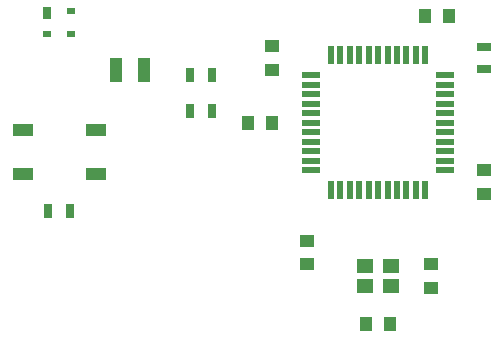
<source format=gtp>
G04 #@! TF.GenerationSoftware,KiCad,Pcbnew,(5.1.2)-1*
G04 #@! TF.CreationDate,2019-05-27T01:23:31-07:00*
G04 #@! TF.ProjectId,ssk-controller,73736b2d-636f-46e7-9472-6f6c6c65722e,rev?*
G04 #@! TF.SameCoordinates,Original*
G04 #@! TF.FileFunction,Paste,Top*
G04 #@! TF.FilePolarity,Positive*
%FSLAX46Y46*%
G04 Gerber Fmt 4.6, Leading zero omitted, Abs format (unit mm)*
G04 Created by KiCad (PCBNEW (5.1.2)-1) date 2019-05-27 01:23:31*
%MOMM*%
%LPD*%
G04 APERTURE LIST*
%ADD10R,1.140000X2.030000*%
%ADD11R,0.700000X1.300000*%
%ADD12R,1.300000X0.700000*%
%ADD13R,1.800000X1.100000*%
%ADD14R,0.700000X0.600000*%
%ADD15R,0.700000X1.000000*%
%ADD16R,1.400000X1.200000*%
%ADD17R,0.550000X1.500000*%
%ADD18R,1.500000X0.550000*%
%ADD19R,1.250000X1.000000*%
%ADD20R,1.000000X1.250000*%
G04 APERTURE END LIST*
D10*
X119800000Y-68000000D03*
X122200000Y-68000000D03*
D11*
X127950000Y-68500000D03*
X126050000Y-68500000D03*
X126050000Y-71500000D03*
X127950000Y-71500000D03*
X115950000Y-80000000D03*
X114050000Y-80000000D03*
D12*
X151000000Y-66050000D03*
X151000000Y-67950000D03*
D13*
X111900000Y-73150000D03*
X118100000Y-76850000D03*
X111900000Y-76850000D03*
X118100000Y-73150000D03*
D14*
X116000000Y-64950000D03*
X114000000Y-64950000D03*
X116000000Y-63050000D03*
D15*
X114000000Y-63250000D03*
D16*
X143100000Y-86350000D03*
X140900000Y-86350000D03*
X140900000Y-84650000D03*
X143100000Y-84650000D03*
D17*
X138000000Y-66800000D03*
X138800000Y-66800000D03*
X139600000Y-66800000D03*
X140400000Y-66800000D03*
X141200000Y-66800000D03*
X142000000Y-66800000D03*
X142800000Y-66800000D03*
X143600000Y-66800000D03*
X144400000Y-66800000D03*
X145200000Y-66800000D03*
X146000000Y-66800000D03*
D18*
X147700000Y-68500000D03*
X147700000Y-69300000D03*
X147700000Y-70100000D03*
X147700000Y-70900000D03*
X147700000Y-71700000D03*
X147700000Y-72500000D03*
X147700000Y-73300000D03*
X147700000Y-74100000D03*
X147700000Y-74900000D03*
X147700000Y-75700000D03*
X147700000Y-76500000D03*
D17*
X146000000Y-78200000D03*
X145200000Y-78200000D03*
X144400000Y-78200000D03*
X143600000Y-78200000D03*
X142800000Y-78200000D03*
X142000000Y-78200000D03*
X141200000Y-78200000D03*
X140400000Y-78200000D03*
X139600000Y-78200000D03*
X138800000Y-78200000D03*
X138000000Y-78200000D03*
D18*
X136300000Y-76500000D03*
X136300000Y-75700000D03*
X136300000Y-74900000D03*
X136300000Y-74100000D03*
X136300000Y-73300000D03*
X136300000Y-72500000D03*
X136300000Y-71700000D03*
X136300000Y-70900000D03*
X136300000Y-70100000D03*
X136300000Y-69300000D03*
X136300000Y-68500000D03*
D19*
X133000000Y-68000000D03*
X133000000Y-66000000D03*
D20*
X146000000Y-63500000D03*
X148000000Y-63500000D03*
D19*
X136000000Y-82500000D03*
X136000000Y-84500000D03*
X151000000Y-78500000D03*
X151000000Y-76500000D03*
D20*
X131000000Y-72500000D03*
X133000000Y-72500000D03*
D19*
X146500000Y-84500000D03*
X146500000Y-86500000D03*
D20*
X143000000Y-89500000D03*
X141000000Y-89500000D03*
M02*

</source>
